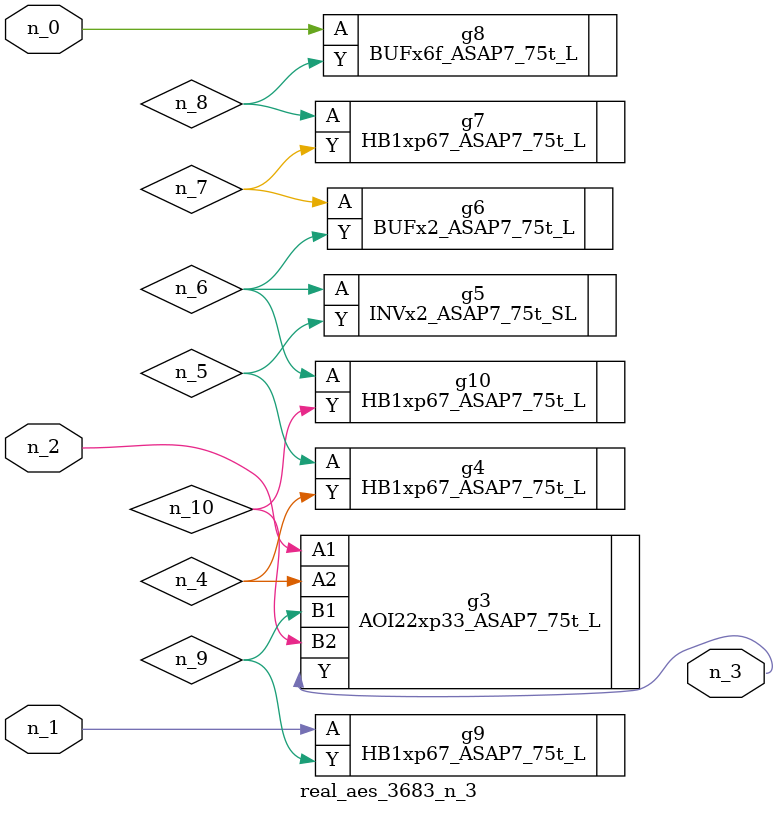
<source format=v>
module real_aes_3683_n_3 (n_0, n_2, n_1, n_3);
input n_0;
input n_2;
input n_1;
output n_3;
wire n_4;
wire n_5;
wire n_7;
wire n_9;
wire n_6;
wire n_8;
wire n_10;
BUFx6f_ASAP7_75t_L g8 ( .A(n_0), .Y(n_8) );
HB1xp67_ASAP7_75t_L g9 ( .A(n_1), .Y(n_9) );
AOI22xp33_ASAP7_75t_L g3 ( .A1(n_2), .A2(n_4), .B1(n_9), .B2(n_10), .Y(n_3) );
HB1xp67_ASAP7_75t_L g4 ( .A(n_5), .Y(n_4) );
INVx2_ASAP7_75t_SL g5 ( .A(n_6), .Y(n_5) );
HB1xp67_ASAP7_75t_L g10 ( .A(n_6), .Y(n_10) );
BUFx2_ASAP7_75t_L g6 ( .A(n_7), .Y(n_6) );
HB1xp67_ASAP7_75t_L g7 ( .A(n_8), .Y(n_7) );
endmodule
</source>
